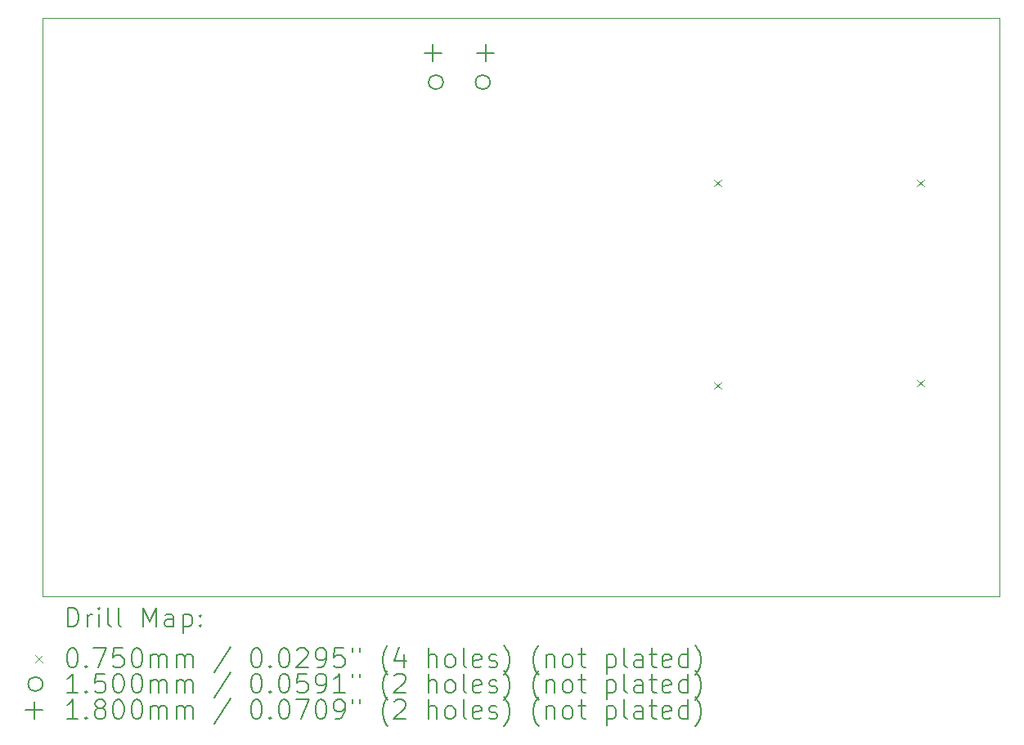
<source format=gbr>
%TF.GenerationSoftware,KiCad,Pcbnew,8.0.8*%
%TF.CreationDate,2025-04-19T00:37:25+02:00*%
%TF.ProjectId,noise_reduction_microphone,6e6f6973-655f-4726-9564-756374696f6e,rev?*%
%TF.SameCoordinates,Original*%
%TF.FileFunction,Drillmap*%
%TF.FilePolarity,Positive*%
%FSLAX45Y45*%
G04 Gerber Fmt 4.5, Leading zero omitted, Abs format (unit mm)*
G04 Created by KiCad (PCBNEW 8.0.8) date 2025-04-19 00:37:25*
%MOMM*%
%LPD*%
G01*
G04 APERTURE LIST*
%ADD10C,0.050000*%
%ADD11C,0.200000*%
%ADD12C,0.100000*%
%ADD13C,0.150000*%
%ADD14C,0.180000*%
G04 APERTURE END LIST*
D10*
X7500000Y-7400000D02*
X17400000Y-7400000D01*
X17400000Y-13400000D01*
X7500000Y-13400000D01*
X7500000Y-7400000D01*
D11*
D12*
X14446500Y-9075500D02*
X14521500Y-9150500D01*
X14521500Y-9075500D02*
X14446500Y-9150500D01*
X14446500Y-11175500D02*
X14521500Y-11250500D01*
X14521500Y-11175500D02*
X14446500Y-11250500D01*
X16546500Y-9075500D02*
X16621500Y-9150500D01*
X16621500Y-9075500D02*
X16546500Y-9150500D01*
X16546500Y-11149500D02*
X16621500Y-11224500D01*
X16621500Y-11149500D02*
X16546500Y-11224500D01*
D13*
X11643500Y-8068000D02*
G75*
G02*
X11493500Y-8068000I-75000J0D01*
G01*
X11493500Y-8068000D02*
G75*
G02*
X11643500Y-8068000I75000J0D01*
G01*
X12128500Y-8068000D02*
G75*
G02*
X11978500Y-8068000I-75000J0D01*
G01*
X11978500Y-8068000D02*
G75*
G02*
X12128500Y-8068000I75000J0D01*
G01*
D14*
X11538500Y-7675000D02*
X11538500Y-7855000D01*
X11448500Y-7765000D02*
X11628500Y-7765000D01*
X12083500Y-7675000D02*
X12083500Y-7855000D01*
X11993500Y-7765000D02*
X12173500Y-7765000D01*
D11*
X7758277Y-13713984D02*
X7758277Y-13513984D01*
X7758277Y-13513984D02*
X7805896Y-13513984D01*
X7805896Y-13513984D02*
X7834467Y-13523508D01*
X7834467Y-13523508D02*
X7853515Y-13542555D01*
X7853515Y-13542555D02*
X7863039Y-13561603D01*
X7863039Y-13561603D02*
X7872562Y-13599698D01*
X7872562Y-13599698D02*
X7872562Y-13628269D01*
X7872562Y-13628269D02*
X7863039Y-13666365D01*
X7863039Y-13666365D02*
X7853515Y-13685412D01*
X7853515Y-13685412D02*
X7834467Y-13704460D01*
X7834467Y-13704460D02*
X7805896Y-13713984D01*
X7805896Y-13713984D02*
X7758277Y-13713984D01*
X7958277Y-13713984D02*
X7958277Y-13580650D01*
X7958277Y-13618746D02*
X7967801Y-13599698D01*
X7967801Y-13599698D02*
X7977324Y-13590174D01*
X7977324Y-13590174D02*
X7996372Y-13580650D01*
X7996372Y-13580650D02*
X8015420Y-13580650D01*
X8082086Y-13713984D02*
X8082086Y-13580650D01*
X8082086Y-13513984D02*
X8072562Y-13523508D01*
X8072562Y-13523508D02*
X8082086Y-13533031D01*
X8082086Y-13533031D02*
X8091610Y-13523508D01*
X8091610Y-13523508D02*
X8082086Y-13513984D01*
X8082086Y-13513984D02*
X8082086Y-13533031D01*
X8205896Y-13713984D02*
X8186848Y-13704460D01*
X8186848Y-13704460D02*
X8177324Y-13685412D01*
X8177324Y-13685412D02*
X8177324Y-13513984D01*
X8310658Y-13713984D02*
X8291610Y-13704460D01*
X8291610Y-13704460D02*
X8282086Y-13685412D01*
X8282086Y-13685412D02*
X8282086Y-13513984D01*
X8539229Y-13713984D02*
X8539229Y-13513984D01*
X8539229Y-13513984D02*
X8605896Y-13656841D01*
X8605896Y-13656841D02*
X8672563Y-13513984D01*
X8672563Y-13513984D02*
X8672563Y-13713984D01*
X8853515Y-13713984D02*
X8853515Y-13609222D01*
X8853515Y-13609222D02*
X8843991Y-13590174D01*
X8843991Y-13590174D02*
X8824944Y-13580650D01*
X8824944Y-13580650D02*
X8786848Y-13580650D01*
X8786848Y-13580650D02*
X8767801Y-13590174D01*
X8853515Y-13704460D02*
X8834467Y-13713984D01*
X8834467Y-13713984D02*
X8786848Y-13713984D01*
X8786848Y-13713984D02*
X8767801Y-13704460D01*
X8767801Y-13704460D02*
X8758277Y-13685412D01*
X8758277Y-13685412D02*
X8758277Y-13666365D01*
X8758277Y-13666365D02*
X8767801Y-13647317D01*
X8767801Y-13647317D02*
X8786848Y-13637793D01*
X8786848Y-13637793D02*
X8834467Y-13637793D01*
X8834467Y-13637793D02*
X8853515Y-13628269D01*
X8948753Y-13580650D02*
X8948753Y-13780650D01*
X8948753Y-13590174D02*
X8967801Y-13580650D01*
X8967801Y-13580650D02*
X9005896Y-13580650D01*
X9005896Y-13580650D02*
X9024944Y-13590174D01*
X9024944Y-13590174D02*
X9034467Y-13599698D01*
X9034467Y-13599698D02*
X9043991Y-13618746D01*
X9043991Y-13618746D02*
X9043991Y-13675888D01*
X9043991Y-13675888D02*
X9034467Y-13694936D01*
X9034467Y-13694936D02*
X9024944Y-13704460D01*
X9024944Y-13704460D02*
X9005896Y-13713984D01*
X9005896Y-13713984D02*
X8967801Y-13713984D01*
X8967801Y-13713984D02*
X8948753Y-13704460D01*
X9129705Y-13694936D02*
X9139229Y-13704460D01*
X9139229Y-13704460D02*
X9129705Y-13713984D01*
X9129705Y-13713984D02*
X9120182Y-13704460D01*
X9120182Y-13704460D02*
X9129705Y-13694936D01*
X9129705Y-13694936D02*
X9129705Y-13713984D01*
X9129705Y-13590174D02*
X9139229Y-13599698D01*
X9139229Y-13599698D02*
X9129705Y-13609222D01*
X9129705Y-13609222D02*
X9120182Y-13599698D01*
X9120182Y-13599698D02*
X9129705Y-13590174D01*
X9129705Y-13590174D02*
X9129705Y-13609222D01*
D12*
X7422500Y-14005000D02*
X7497500Y-14080000D01*
X7497500Y-14005000D02*
X7422500Y-14080000D01*
D11*
X7796372Y-13933984D02*
X7815420Y-13933984D01*
X7815420Y-13933984D02*
X7834467Y-13943508D01*
X7834467Y-13943508D02*
X7843991Y-13953031D01*
X7843991Y-13953031D02*
X7853515Y-13972079D01*
X7853515Y-13972079D02*
X7863039Y-14010174D01*
X7863039Y-14010174D02*
X7863039Y-14057793D01*
X7863039Y-14057793D02*
X7853515Y-14095888D01*
X7853515Y-14095888D02*
X7843991Y-14114936D01*
X7843991Y-14114936D02*
X7834467Y-14124460D01*
X7834467Y-14124460D02*
X7815420Y-14133984D01*
X7815420Y-14133984D02*
X7796372Y-14133984D01*
X7796372Y-14133984D02*
X7777324Y-14124460D01*
X7777324Y-14124460D02*
X7767801Y-14114936D01*
X7767801Y-14114936D02*
X7758277Y-14095888D01*
X7758277Y-14095888D02*
X7748753Y-14057793D01*
X7748753Y-14057793D02*
X7748753Y-14010174D01*
X7748753Y-14010174D02*
X7758277Y-13972079D01*
X7758277Y-13972079D02*
X7767801Y-13953031D01*
X7767801Y-13953031D02*
X7777324Y-13943508D01*
X7777324Y-13943508D02*
X7796372Y-13933984D01*
X7948753Y-14114936D02*
X7958277Y-14124460D01*
X7958277Y-14124460D02*
X7948753Y-14133984D01*
X7948753Y-14133984D02*
X7939229Y-14124460D01*
X7939229Y-14124460D02*
X7948753Y-14114936D01*
X7948753Y-14114936D02*
X7948753Y-14133984D01*
X8024943Y-13933984D02*
X8158277Y-13933984D01*
X8158277Y-13933984D02*
X8072562Y-14133984D01*
X8329705Y-13933984D02*
X8234467Y-13933984D01*
X8234467Y-13933984D02*
X8224943Y-14029222D01*
X8224943Y-14029222D02*
X8234467Y-14019698D01*
X8234467Y-14019698D02*
X8253515Y-14010174D01*
X8253515Y-14010174D02*
X8301134Y-14010174D01*
X8301134Y-14010174D02*
X8320182Y-14019698D01*
X8320182Y-14019698D02*
X8329705Y-14029222D01*
X8329705Y-14029222D02*
X8339229Y-14048269D01*
X8339229Y-14048269D02*
X8339229Y-14095888D01*
X8339229Y-14095888D02*
X8329705Y-14114936D01*
X8329705Y-14114936D02*
X8320182Y-14124460D01*
X8320182Y-14124460D02*
X8301134Y-14133984D01*
X8301134Y-14133984D02*
X8253515Y-14133984D01*
X8253515Y-14133984D02*
X8234467Y-14124460D01*
X8234467Y-14124460D02*
X8224943Y-14114936D01*
X8463039Y-13933984D02*
X8482086Y-13933984D01*
X8482086Y-13933984D02*
X8501134Y-13943508D01*
X8501134Y-13943508D02*
X8510658Y-13953031D01*
X8510658Y-13953031D02*
X8520182Y-13972079D01*
X8520182Y-13972079D02*
X8529705Y-14010174D01*
X8529705Y-14010174D02*
X8529705Y-14057793D01*
X8529705Y-14057793D02*
X8520182Y-14095888D01*
X8520182Y-14095888D02*
X8510658Y-14114936D01*
X8510658Y-14114936D02*
X8501134Y-14124460D01*
X8501134Y-14124460D02*
X8482086Y-14133984D01*
X8482086Y-14133984D02*
X8463039Y-14133984D01*
X8463039Y-14133984D02*
X8443991Y-14124460D01*
X8443991Y-14124460D02*
X8434467Y-14114936D01*
X8434467Y-14114936D02*
X8424944Y-14095888D01*
X8424944Y-14095888D02*
X8415420Y-14057793D01*
X8415420Y-14057793D02*
X8415420Y-14010174D01*
X8415420Y-14010174D02*
X8424944Y-13972079D01*
X8424944Y-13972079D02*
X8434467Y-13953031D01*
X8434467Y-13953031D02*
X8443991Y-13943508D01*
X8443991Y-13943508D02*
X8463039Y-13933984D01*
X8615420Y-14133984D02*
X8615420Y-14000650D01*
X8615420Y-14019698D02*
X8624944Y-14010174D01*
X8624944Y-14010174D02*
X8643991Y-14000650D01*
X8643991Y-14000650D02*
X8672563Y-14000650D01*
X8672563Y-14000650D02*
X8691610Y-14010174D01*
X8691610Y-14010174D02*
X8701134Y-14029222D01*
X8701134Y-14029222D02*
X8701134Y-14133984D01*
X8701134Y-14029222D02*
X8710658Y-14010174D01*
X8710658Y-14010174D02*
X8729705Y-14000650D01*
X8729705Y-14000650D02*
X8758277Y-14000650D01*
X8758277Y-14000650D02*
X8777325Y-14010174D01*
X8777325Y-14010174D02*
X8786848Y-14029222D01*
X8786848Y-14029222D02*
X8786848Y-14133984D01*
X8882086Y-14133984D02*
X8882086Y-14000650D01*
X8882086Y-14019698D02*
X8891610Y-14010174D01*
X8891610Y-14010174D02*
X8910658Y-14000650D01*
X8910658Y-14000650D02*
X8939229Y-14000650D01*
X8939229Y-14000650D02*
X8958277Y-14010174D01*
X8958277Y-14010174D02*
X8967801Y-14029222D01*
X8967801Y-14029222D02*
X8967801Y-14133984D01*
X8967801Y-14029222D02*
X8977325Y-14010174D01*
X8977325Y-14010174D02*
X8996372Y-14000650D01*
X8996372Y-14000650D02*
X9024944Y-14000650D01*
X9024944Y-14000650D02*
X9043991Y-14010174D01*
X9043991Y-14010174D02*
X9053515Y-14029222D01*
X9053515Y-14029222D02*
X9053515Y-14133984D01*
X9443991Y-13924460D02*
X9272563Y-14181603D01*
X9701134Y-13933984D02*
X9720182Y-13933984D01*
X9720182Y-13933984D02*
X9739229Y-13943508D01*
X9739229Y-13943508D02*
X9748753Y-13953031D01*
X9748753Y-13953031D02*
X9758277Y-13972079D01*
X9758277Y-13972079D02*
X9767801Y-14010174D01*
X9767801Y-14010174D02*
X9767801Y-14057793D01*
X9767801Y-14057793D02*
X9758277Y-14095888D01*
X9758277Y-14095888D02*
X9748753Y-14114936D01*
X9748753Y-14114936D02*
X9739229Y-14124460D01*
X9739229Y-14124460D02*
X9720182Y-14133984D01*
X9720182Y-14133984D02*
X9701134Y-14133984D01*
X9701134Y-14133984D02*
X9682087Y-14124460D01*
X9682087Y-14124460D02*
X9672563Y-14114936D01*
X9672563Y-14114936D02*
X9663039Y-14095888D01*
X9663039Y-14095888D02*
X9653515Y-14057793D01*
X9653515Y-14057793D02*
X9653515Y-14010174D01*
X9653515Y-14010174D02*
X9663039Y-13972079D01*
X9663039Y-13972079D02*
X9672563Y-13953031D01*
X9672563Y-13953031D02*
X9682087Y-13943508D01*
X9682087Y-13943508D02*
X9701134Y-13933984D01*
X9853515Y-14114936D02*
X9863039Y-14124460D01*
X9863039Y-14124460D02*
X9853515Y-14133984D01*
X9853515Y-14133984D02*
X9843991Y-14124460D01*
X9843991Y-14124460D02*
X9853515Y-14114936D01*
X9853515Y-14114936D02*
X9853515Y-14133984D01*
X9986848Y-13933984D02*
X10005896Y-13933984D01*
X10005896Y-13933984D02*
X10024944Y-13943508D01*
X10024944Y-13943508D02*
X10034468Y-13953031D01*
X10034468Y-13953031D02*
X10043991Y-13972079D01*
X10043991Y-13972079D02*
X10053515Y-14010174D01*
X10053515Y-14010174D02*
X10053515Y-14057793D01*
X10053515Y-14057793D02*
X10043991Y-14095888D01*
X10043991Y-14095888D02*
X10034468Y-14114936D01*
X10034468Y-14114936D02*
X10024944Y-14124460D01*
X10024944Y-14124460D02*
X10005896Y-14133984D01*
X10005896Y-14133984D02*
X9986848Y-14133984D01*
X9986848Y-14133984D02*
X9967801Y-14124460D01*
X9967801Y-14124460D02*
X9958277Y-14114936D01*
X9958277Y-14114936D02*
X9948753Y-14095888D01*
X9948753Y-14095888D02*
X9939229Y-14057793D01*
X9939229Y-14057793D02*
X9939229Y-14010174D01*
X9939229Y-14010174D02*
X9948753Y-13972079D01*
X9948753Y-13972079D02*
X9958277Y-13953031D01*
X9958277Y-13953031D02*
X9967801Y-13943508D01*
X9967801Y-13943508D02*
X9986848Y-13933984D01*
X10129706Y-13953031D02*
X10139229Y-13943508D01*
X10139229Y-13943508D02*
X10158277Y-13933984D01*
X10158277Y-13933984D02*
X10205896Y-13933984D01*
X10205896Y-13933984D02*
X10224944Y-13943508D01*
X10224944Y-13943508D02*
X10234468Y-13953031D01*
X10234468Y-13953031D02*
X10243991Y-13972079D01*
X10243991Y-13972079D02*
X10243991Y-13991127D01*
X10243991Y-13991127D02*
X10234468Y-14019698D01*
X10234468Y-14019698D02*
X10120182Y-14133984D01*
X10120182Y-14133984D02*
X10243991Y-14133984D01*
X10339229Y-14133984D02*
X10377325Y-14133984D01*
X10377325Y-14133984D02*
X10396372Y-14124460D01*
X10396372Y-14124460D02*
X10405896Y-14114936D01*
X10405896Y-14114936D02*
X10424944Y-14086365D01*
X10424944Y-14086365D02*
X10434468Y-14048269D01*
X10434468Y-14048269D02*
X10434468Y-13972079D01*
X10434468Y-13972079D02*
X10424944Y-13953031D01*
X10424944Y-13953031D02*
X10415420Y-13943508D01*
X10415420Y-13943508D02*
X10396372Y-13933984D01*
X10396372Y-13933984D02*
X10358277Y-13933984D01*
X10358277Y-13933984D02*
X10339229Y-13943508D01*
X10339229Y-13943508D02*
X10329706Y-13953031D01*
X10329706Y-13953031D02*
X10320182Y-13972079D01*
X10320182Y-13972079D02*
X10320182Y-14019698D01*
X10320182Y-14019698D02*
X10329706Y-14038746D01*
X10329706Y-14038746D02*
X10339229Y-14048269D01*
X10339229Y-14048269D02*
X10358277Y-14057793D01*
X10358277Y-14057793D02*
X10396372Y-14057793D01*
X10396372Y-14057793D02*
X10415420Y-14048269D01*
X10415420Y-14048269D02*
X10424944Y-14038746D01*
X10424944Y-14038746D02*
X10434468Y-14019698D01*
X10615420Y-13933984D02*
X10520182Y-13933984D01*
X10520182Y-13933984D02*
X10510658Y-14029222D01*
X10510658Y-14029222D02*
X10520182Y-14019698D01*
X10520182Y-14019698D02*
X10539229Y-14010174D01*
X10539229Y-14010174D02*
X10586849Y-14010174D01*
X10586849Y-14010174D02*
X10605896Y-14019698D01*
X10605896Y-14019698D02*
X10615420Y-14029222D01*
X10615420Y-14029222D02*
X10624944Y-14048269D01*
X10624944Y-14048269D02*
X10624944Y-14095888D01*
X10624944Y-14095888D02*
X10615420Y-14114936D01*
X10615420Y-14114936D02*
X10605896Y-14124460D01*
X10605896Y-14124460D02*
X10586849Y-14133984D01*
X10586849Y-14133984D02*
X10539229Y-14133984D01*
X10539229Y-14133984D02*
X10520182Y-14124460D01*
X10520182Y-14124460D02*
X10510658Y-14114936D01*
X10701134Y-13933984D02*
X10701134Y-13972079D01*
X10777325Y-13933984D02*
X10777325Y-13972079D01*
X11072563Y-14210174D02*
X11063039Y-14200650D01*
X11063039Y-14200650D02*
X11043991Y-14172079D01*
X11043991Y-14172079D02*
X11034468Y-14153031D01*
X11034468Y-14153031D02*
X11024944Y-14124460D01*
X11024944Y-14124460D02*
X11015420Y-14076841D01*
X11015420Y-14076841D02*
X11015420Y-14038746D01*
X11015420Y-14038746D02*
X11024944Y-13991127D01*
X11024944Y-13991127D02*
X11034468Y-13962555D01*
X11034468Y-13962555D02*
X11043991Y-13943508D01*
X11043991Y-13943508D02*
X11063039Y-13914936D01*
X11063039Y-13914936D02*
X11072563Y-13905412D01*
X11234468Y-14000650D02*
X11234468Y-14133984D01*
X11186848Y-13924460D02*
X11139230Y-14067317D01*
X11139230Y-14067317D02*
X11263039Y-14067317D01*
X11491610Y-14133984D02*
X11491610Y-13933984D01*
X11577325Y-14133984D02*
X11577325Y-14029222D01*
X11577325Y-14029222D02*
X11567801Y-14010174D01*
X11567801Y-14010174D02*
X11548753Y-14000650D01*
X11548753Y-14000650D02*
X11520182Y-14000650D01*
X11520182Y-14000650D02*
X11501134Y-14010174D01*
X11501134Y-14010174D02*
X11491610Y-14019698D01*
X11701134Y-14133984D02*
X11682087Y-14124460D01*
X11682087Y-14124460D02*
X11672563Y-14114936D01*
X11672563Y-14114936D02*
X11663039Y-14095888D01*
X11663039Y-14095888D02*
X11663039Y-14038746D01*
X11663039Y-14038746D02*
X11672563Y-14019698D01*
X11672563Y-14019698D02*
X11682087Y-14010174D01*
X11682087Y-14010174D02*
X11701134Y-14000650D01*
X11701134Y-14000650D02*
X11729706Y-14000650D01*
X11729706Y-14000650D02*
X11748753Y-14010174D01*
X11748753Y-14010174D02*
X11758277Y-14019698D01*
X11758277Y-14019698D02*
X11767801Y-14038746D01*
X11767801Y-14038746D02*
X11767801Y-14095888D01*
X11767801Y-14095888D02*
X11758277Y-14114936D01*
X11758277Y-14114936D02*
X11748753Y-14124460D01*
X11748753Y-14124460D02*
X11729706Y-14133984D01*
X11729706Y-14133984D02*
X11701134Y-14133984D01*
X11882087Y-14133984D02*
X11863039Y-14124460D01*
X11863039Y-14124460D02*
X11853515Y-14105412D01*
X11853515Y-14105412D02*
X11853515Y-13933984D01*
X12034468Y-14124460D02*
X12015420Y-14133984D01*
X12015420Y-14133984D02*
X11977325Y-14133984D01*
X11977325Y-14133984D02*
X11958277Y-14124460D01*
X11958277Y-14124460D02*
X11948753Y-14105412D01*
X11948753Y-14105412D02*
X11948753Y-14029222D01*
X11948753Y-14029222D02*
X11958277Y-14010174D01*
X11958277Y-14010174D02*
X11977325Y-14000650D01*
X11977325Y-14000650D02*
X12015420Y-14000650D01*
X12015420Y-14000650D02*
X12034468Y-14010174D01*
X12034468Y-14010174D02*
X12043991Y-14029222D01*
X12043991Y-14029222D02*
X12043991Y-14048269D01*
X12043991Y-14048269D02*
X11948753Y-14067317D01*
X12120182Y-14124460D02*
X12139230Y-14133984D01*
X12139230Y-14133984D02*
X12177325Y-14133984D01*
X12177325Y-14133984D02*
X12196372Y-14124460D01*
X12196372Y-14124460D02*
X12205896Y-14105412D01*
X12205896Y-14105412D02*
X12205896Y-14095888D01*
X12205896Y-14095888D02*
X12196372Y-14076841D01*
X12196372Y-14076841D02*
X12177325Y-14067317D01*
X12177325Y-14067317D02*
X12148753Y-14067317D01*
X12148753Y-14067317D02*
X12129706Y-14057793D01*
X12129706Y-14057793D02*
X12120182Y-14038746D01*
X12120182Y-14038746D02*
X12120182Y-14029222D01*
X12120182Y-14029222D02*
X12129706Y-14010174D01*
X12129706Y-14010174D02*
X12148753Y-14000650D01*
X12148753Y-14000650D02*
X12177325Y-14000650D01*
X12177325Y-14000650D02*
X12196372Y-14010174D01*
X12272563Y-14210174D02*
X12282087Y-14200650D01*
X12282087Y-14200650D02*
X12301134Y-14172079D01*
X12301134Y-14172079D02*
X12310658Y-14153031D01*
X12310658Y-14153031D02*
X12320182Y-14124460D01*
X12320182Y-14124460D02*
X12329706Y-14076841D01*
X12329706Y-14076841D02*
X12329706Y-14038746D01*
X12329706Y-14038746D02*
X12320182Y-13991127D01*
X12320182Y-13991127D02*
X12310658Y-13962555D01*
X12310658Y-13962555D02*
X12301134Y-13943508D01*
X12301134Y-13943508D02*
X12282087Y-13914936D01*
X12282087Y-13914936D02*
X12272563Y-13905412D01*
X12634468Y-14210174D02*
X12624944Y-14200650D01*
X12624944Y-14200650D02*
X12605896Y-14172079D01*
X12605896Y-14172079D02*
X12596372Y-14153031D01*
X12596372Y-14153031D02*
X12586849Y-14124460D01*
X12586849Y-14124460D02*
X12577325Y-14076841D01*
X12577325Y-14076841D02*
X12577325Y-14038746D01*
X12577325Y-14038746D02*
X12586849Y-13991127D01*
X12586849Y-13991127D02*
X12596372Y-13962555D01*
X12596372Y-13962555D02*
X12605896Y-13943508D01*
X12605896Y-13943508D02*
X12624944Y-13914936D01*
X12624944Y-13914936D02*
X12634468Y-13905412D01*
X12710658Y-14000650D02*
X12710658Y-14133984D01*
X12710658Y-14019698D02*
X12720182Y-14010174D01*
X12720182Y-14010174D02*
X12739230Y-14000650D01*
X12739230Y-14000650D02*
X12767801Y-14000650D01*
X12767801Y-14000650D02*
X12786849Y-14010174D01*
X12786849Y-14010174D02*
X12796372Y-14029222D01*
X12796372Y-14029222D02*
X12796372Y-14133984D01*
X12920182Y-14133984D02*
X12901134Y-14124460D01*
X12901134Y-14124460D02*
X12891611Y-14114936D01*
X12891611Y-14114936D02*
X12882087Y-14095888D01*
X12882087Y-14095888D02*
X12882087Y-14038746D01*
X12882087Y-14038746D02*
X12891611Y-14019698D01*
X12891611Y-14019698D02*
X12901134Y-14010174D01*
X12901134Y-14010174D02*
X12920182Y-14000650D01*
X12920182Y-14000650D02*
X12948753Y-14000650D01*
X12948753Y-14000650D02*
X12967801Y-14010174D01*
X12967801Y-14010174D02*
X12977325Y-14019698D01*
X12977325Y-14019698D02*
X12986849Y-14038746D01*
X12986849Y-14038746D02*
X12986849Y-14095888D01*
X12986849Y-14095888D02*
X12977325Y-14114936D01*
X12977325Y-14114936D02*
X12967801Y-14124460D01*
X12967801Y-14124460D02*
X12948753Y-14133984D01*
X12948753Y-14133984D02*
X12920182Y-14133984D01*
X13043992Y-14000650D02*
X13120182Y-14000650D01*
X13072563Y-13933984D02*
X13072563Y-14105412D01*
X13072563Y-14105412D02*
X13082087Y-14124460D01*
X13082087Y-14124460D02*
X13101134Y-14133984D01*
X13101134Y-14133984D02*
X13120182Y-14133984D01*
X13339230Y-14000650D02*
X13339230Y-14200650D01*
X13339230Y-14010174D02*
X13358277Y-14000650D01*
X13358277Y-14000650D02*
X13396373Y-14000650D01*
X13396373Y-14000650D02*
X13415420Y-14010174D01*
X13415420Y-14010174D02*
X13424944Y-14019698D01*
X13424944Y-14019698D02*
X13434468Y-14038746D01*
X13434468Y-14038746D02*
X13434468Y-14095888D01*
X13434468Y-14095888D02*
X13424944Y-14114936D01*
X13424944Y-14114936D02*
X13415420Y-14124460D01*
X13415420Y-14124460D02*
X13396373Y-14133984D01*
X13396373Y-14133984D02*
X13358277Y-14133984D01*
X13358277Y-14133984D02*
X13339230Y-14124460D01*
X13548753Y-14133984D02*
X13529706Y-14124460D01*
X13529706Y-14124460D02*
X13520182Y-14105412D01*
X13520182Y-14105412D02*
X13520182Y-13933984D01*
X13710658Y-14133984D02*
X13710658Y-14029222D01*
X13710658Y-14029222D02*
X13701134Y-14010174D01*
X13701134Y-14010174D02*
X13682087Y-14000650D01*
X13682087Y-14000650D02*
X13643992Y-14000650D01*
X13643992Y-14000650D02*
X13624944Y-14010174D01*
X13710658Y-14124460D02*
X13691611Y-14133984D01*
X13691611Y-14133984D02*
X13643992Y-14133984D01*
X13643992Y-14133984D02*
X13624944Y-14124460D01*
X13624944Y-14124460D02*
X13615420Y-14105412D01*
X13615420Y-14105412D02*
X13615420Y-14086365D01*
X13615420Y-14086365D02*
X13624944Y-14067317D01*
X13624944Y-14067317D02*
X13643992Y-14057793D01*
X13643992Y-14057793D02*
X13691611Y-14057793D01*
X13691611Y-14057793D02*
X13710658Y-14048269D01*
X13777325Y-14000650D02*
X13853515Y-14000650D01*
X13805896Y-13933984D02*
X13805896Y-14105412D01*
X13805896Y-14105412D02*
X13815420Y-14124460D01*
X13815420Y-14124460D02*
X13834468Y-14133984D01*
X13834468Y-14133984D02*
X13853515Y-14133984D01*
X13996373Y-14124460D02*
X13977325Y-14133984D01*
X13977325Y-14133984D02*
X13939230Y-14133984D01*
X13939230Y-14133984D02*
X13920182Y-14124460D01*
X13920182Y-14124460D02*
X13910658Y-14105412D01*
X13910658Y-14105412D02*
X13910658Y-14029222D01*
X13910658Y-14029222D02*
X13920182Y-14010174D01*
X13920182Y-14010174D02*
X13939230Y-14000650D01*
X13939230Y-14000650D02*
X13977325Y-14000650D01*
X13977325Y-14000650D02*
X13996373Y-14010174D01*
X13996373Y-14010174D02*
X14005896Y-14029222D01*
X14005896Y-14029222D02*
X14005896Y-14048269D01*
X14005896Y-14048269D02*
X13910658Y-14067317D01*
X14177325Y-14133984D02*
X14177325Y-13933984D01*
X14177325Y-14124460D02*
X14158277Y-14133984D01*
X14158277Y-14133984D02*
X14120182Y-14133984D01*
X14120182Y-14133984D02*
X14101134Y-14124460D01*
X14101134Y-14124460D02*
X14091611Y-14114936D01*
X14091611Y-14114936D02*
X14082087Y-14095888D01*
X14082087Y-14095888D02*
X14082087Y-14038746D01*
X14082087Y-14038746D02*
X14091611Y-14019698D01*
X14091611Y-14019698D02*
X14101134Y-14010174D01*
X14101134Y-14010174D02*
X14120182Y-14000650D01*
X14120182Y-14000650D02*
X14158277Y-14000650D01*
X14158277Y-14000650D02*
X14177325Y-14010174D01*
X14253515Y-14210174D02*
X14263039Y-14200650D01*
X14263039Y-14200650D02*
X14282087Y-14172079D01*
X14282087Y-14172079D02*
X14291611Y-14153031D01*
X14291611Y-14153031D02*
X14301134Y-14124460D01*
X14301134Y-14124460D02*
X14310658Y-14076841D01*
X14310658Y-14076841D02*
X14310658Y-14038746D01*
X14310658Y-14038746D02*
X14301134Y-13991127D01*
X14301134Y-13991127D02*
X14291611Y-13962555D01*
X14291611Y-13962555D02*
X14282087Y-13943508D01*
X14282087Y-13943508D02*
X14263039Y-13914936D01*
X14263039Y-13914936D02*
X14253515Y-13905412D01*
D13*
X7497500Y-14306500D02*
G75*
G02*
X7347500Y-14306500I-75000J0D01*
G01*
X7347500Y-14306500D02*
G75*
G02*
X7497500Y-14306500I75000J0D01*
G01*
D11*
X7863039Y-14397984D02*
X7748753Y-14397984D01*
X7805896Y-14397984D02*
X7805896Y-14197984D01*
X7805896Y-14197984D02*
X7786848Y-14226555D01*
X7786848Y-14226555D02*
X7767801Y-14245603D01*
X7767801Y-14245603D02*
X7748753Y-14255127D01*
X7948753Y-14378936D02*
X7958277Y-14388460D01*
X7958277Y-14388460D02*
X7948753Y-14397984D01*
X7948753Y-14397984D02*
X7939229Y-14388460D01*
X7939229Y-14388460D02*
X7948753Y-14378936D01*
X7948753Y-14378936D02*
X7948753Y-14397984D01*
X8139229Y-14197984D02*
X8043991Y-14197984D01*
X8043991Y-14197984D02*
X8034467Y-14293222D01*
X8034467Y-14293222D02*
X8043991Y-14283698D01*
X8043991Y-14283698D02*
X8063039Y-14274174D01*
X8063039Y-14274174D02*
X8110658Y-14274174D01*
X8110658Y-14274174D02*
X8129705Y-14283698D01*
X8129705Y-14283698D02*
X8139229Y-14293222D01*
X8139229Y-14293222D02*
X8148753Y-14312269D01*
X8148753Y-14312269D02*
X8148753Y-14359888D01*
X8148753Y-14359888D02*
X8139229Y-14378936D01*
X8139229Y-14378936D02*
X8129705Y-14388460D01*
X8129705Y-14388460D02*
X8110658Y-14397984D01*
X8110658Y-14397984D02*
X8063039Y-14397984D01*
X8063039Y-14397984D02*
X8043991Y-14388460D01*
X8043991Y-14388460D02*
X8034467Y-14378936D01*
X8272562Y-14197984D02*
X8291610Y-14197984D01*
X8291610Y-14197984D02*
X8310658Y-14207508D01*
X8310658Y-14207508D02*
X8320182Y-14217031D01*
X8320182Y-14217031D02*
X8329705Y-14236079D01*
X8329705Y-14236079D02*
X8339229Y-14274174D01*
X8339229Y-14274174D02*
X8339229Y-14321793D01*
X8339229Y-14321793D02*
X8329705Y-14359888D01*
X8329705Y-14359888D02*
X8320182Y-14378936D01*
X8320182Y-14378936D02*
X8310658Y-14388460D01*
X8310658Y-14388460D02*
X8291610Y-14397984D01*
X8291610Y-14397984D02*
X8272562Y-14397984D01*
X8272562Y-14397984D02*
X8253515Y-14388460D01*
X8253515Y-14388460D02*
X8243991Y-14378936D01*
X8243991Y-14378936D02*
X8234467Y-14359888D01*
X8234467Y-14359888D02*
X8224943Y-14321793D01*
X8224943Y-14321793D02*
X8224943Y-14274174D01*
X8224943Y-14274174D02*
X8234467Y-14236079D01*
X8234467Y-14236079D02*
X8243991Y-14217031D01*
X8243991Y-14217031D02*
X8253515Y-14207508D01*
X8253515Y-14207508D02*
X8272562Y-14197984D01*
X8463039Y-14197984D02*
X8482086Y-14197984D01*
X8482086Y-14197984D02*
X8501134Y-14207508D01*
X8501134Y-14207508D02*
X8510658Y-14217031D01*
X8510658Y-14217031D02*
X8520182Y-14236079D01*
X8520182Y-14236079D02*
X8529705Y-14274174D01*
X8529705Y-14274174D02*
X8529705Y-14321793D01*
X8529705Y-14321793D02*
X8520182Y-14359888D01*
X8520182Y-14359888D02*
X8510658Y-14378936D01*
X8510658Y-14378936D02*
X8501134Y-14388460D01*
X8501134Y-14388460D02*
X8482086Y-14397984D01*
X8482086Y-14397984D02*
X8463039Y-14397984D01*
X8463039Y-14397984D02*
X8443991Y-14388460D01*
X8443991Y-14388460D02*
X8434467Y-14378936D01*
X8434467Y-14378936D02*
X8424944Y-14359888D01*
X8424944Y-14359888D02*
X8415420Y-14321793D01*
X8415420Y-14321793D02*
X8415420Y-14274174D01*
X8415420Y-14274174D02*
X8424944Y-14236079D01*
X8424944Y-14236079D02*
X8434467Y-14217031D01*
X8434467Y-14217031D02*
X8443991Y-14207508D01*
X8443991Y-14207508D02*
X8463039Y-14197984D01*
X8615420Y-14397984D02*
X8615420Y-14264650D01*
X8615420Y-14283698D02*
X8624944Y-14274174D01*
X8624944Y-14274174D02*
X8643991Y-14264650D01*
X8643991Y-14264650D02*
X8672563Y-14264650D01*
X8672563Y-14264650D02*
X8691610Y-14274174D01*
X8691610Y-14274174D02*
X8701134Y-14293222D01*
X8701134Y-14293222D02*
X8701134Y-14397984D01*
X8701134Y-14293222D02*
X8710658Y-14274174D01*
X8710658Y-14274174D02*
X8729705Y-14264650D01*
X8729705Y-14264650D02*
X8758277Y-14264650D01*
X8758277Y-14264650D02*
X8777325Y-14274174D01*
X8777325Y-14274174D02*
X8786848Y-14293222D01*
X8786848Y-14293222D02*
X8786848Y-14397984D01*
X8882086Y-14397984D02*
X8882086Y-14264650D01*
X8882086Y-14283698D02*
X8891610Y-14274174D01*
X8891610Y-14274174D02*
X8910658Y-14264650D01*
X8910658Y-14264650D02*
X8939229Y-14264650D01*
X8939229Y-14264650D02*
X8958277Y-14274174D01*
X8958277Y-14274174D02*
X8967801Y-14293222D01*
X8967801Y-14293222D02*
X8967801Y-14397984D01*
X8967801Y-14293222D02*
X8977325Y-14274174D01*
X8977325Y-14274174D02*
X8996372Y-14264650D01*
X8996372Y-14264650D02*
X9024944Y-14264650D01*
X9024944Y-14264650D02*
X9043991Y-14274174D01*
X9043991Y-14274174D02*
X9053515Y-14293222D01*
X9053515Y-14293222D02*
X9053515Y-14397984D01*
X9443991Y-14188460D02*
X9272563Y-14445603D01*
X9701134Y-14197984D02*
X9720182Y-14197984D01*
X9720182Y-14197984D02*
X9739229Y-14207508D01*
X9739229Y-14207508D02*
X9748753Y-14217031D01*
X9748753Y-14217031D02*
X9758277Y-14236079D01*
X9758277Y-14236079D02*
X9767801Y-14274174D01*
X9767801Y-14274174D02*
X9767801Y-14321793D01*
X9767801Y-14321793D02*
X9758277Y-14359888D01*
X9758277Y-14359888D02*
X9748753Y-14378936D01*
X9748753Y-14378936D02*
X9739229Y-14388460D01*
X9739229Y-14388460D02*
X9720182Y-14397984D01*
X9720182Y-14397984D02*
X9701134Y-14397984D01*
X9701134Y-14397984D02*
X9682087Y-14388460D01*
X9682087Y-14388460D02*
X9672563Y-14378936D01*
X9672563Y-14378936D02*
X9663039Y-14359888D01*
X9663039Y-14359888D02*
X9653515Y-14321793D01*
X9653515Y-14321793D02*
X9653515Y-14274174D01*
X9653515Y-14274174D02*
X9663039Y-14236079D01*
X9663039Y-14236079D02*
X9672563Y-14217031D01*
X9672563Y-14217031D02*
X9682087Y-14207508D01*
X9682087Y-14207508D02*
X9701134Y-14197984D01*
X9853515Y-14378936D02*
X9863039Y-14388460D01*
X9863039Y-14388460D02*
X9853515Y-14397984D01*
X9853515Y-14397984D02*
X9843991Y-14388460D01*
X9843991Y-14388460D02*
X9853515Y-14378936D01*
X9853515Y-14378936D02*
X9853515Y-14397984D01*
X9986848Y-14197984D02*
X10005896Y-14197984D01*
X10005896Y-14197984D02*
X10024944Y-14207508D01*
X10024944Y-14207508D02*
X10034468Y-14217031D01*
X10034468Y-14217031D02*
X10043991Y-14236079D01*
X10043991Y-14236079D02*
X10053515Y-14274174D01*
X10053515Y-14274174D02*
X10053515Y-14321793D01*
X10053515Y-14321793D02*
X10043991Y-14359888D01*
X10043991Y-14359888D02*
X10034468Y-14378936D01*
X10034468Y-14378936D02*
X10024944Y-14388460D01*
X10024944Y-14388460D02*
X10005896Y-14397984D01*
X10005896Y-14397984D02*
X9986848Y-14397984D01*
X9986848Y-14397984D02*
X9967801Y-14388460D01*
X9967801Y-14388460D02*
X9958277Y-14378936D01*
X9958277Y-14378936D02*
X9948753Y-14359888D01*
X9948753Y-14359888D02*
X9939229Y-14321793D01*
X9939229Y-14321793D02*
X9939229Y-14274174D01*
X9939229Y-14274174D02*
X9948753Y-14236079D01*
X9948753Y-14236079D02*
X9958277Y-14217031D01*
X9958277Y-14217031D02*
X9967801Y-14207508D01*
X9967801Y-14207508D02*
X9986848Y-14197984D01*
X10234468Y-14197984D02*
X10139229Y-14197984D01*
X10139229Y-14197984D02*
X10129706Y-14293222D01*
X10129706Y-14293222D02*
X10139229Y-14283698D01*
X10139229Y-14283698D02*
X10158277Y-14274174D01*
X10158277Y-14274174D02*
X10205896Y-14274174D01*
X10205896Y-14274174D02*
X10224944Y-14283698D01*
X10224944Y-14283698D02*
X10234468Y-14293222D01*
X10234468Y-14293222D02*
X10243991Y-14312269D01*
X10243991Y-14312269D02*
X10243991Y-14359888D01*
X10243991Y-14359888D02*
X10234468Y-14378936D01*
X10234468Y-14378936D02*
X10224944Y-14388460D01*
X10224944Y-14388460D02*
X10205896Y-14397984D01*
X10205896Y-14397984D02*
X10158277Y-14397984D01*
X10158277Y-14397984D02*
X10139229Y-14388460D01*
X10139229Y-14388460D02*
X10129706Y-14378936D01*
X10339229Y-14397984D02*
X10377325Y-14397984D01*
X10377325Y-14397984D02*
X10396372Y-14388460D01*
X10396372Y-14388460D02*
X10405896Y-14378936D01*
X10405896Y-14378936D02*
X10424944Y-14350365D01*
X10424944Y-14350365D02*
X10434468Y-14312269D01*
X10434468Y-14312269D02*
X10434468Y-14236079D01*
X10434468Y-14236079D02*
X10424944Y-14217031D01*
X10424944Y-14217031D02*
X10415420Y-14207508D01*
X10415420Y-14207508D02*
X10396372Y-14197984D01*
X10396372Y-14197984D02*
X10358277Y-14197984D01*
X10358277Y-14197984D02*
X10339229Y-14207508D01*
X10339229Y-14207508D02*
X10329706Y-14217031D01*
X10329706Y-14217031D02*
X10320182Y-14236079D01*
X10320182Y-14236079D02*
X10320182Y-14283698D01*
X10320182Y-14283698D02*
X10329706Y-14302746D01*
X10329706Y-14302746D02*
X10339229Y-14312269D01*
X10339229Y-14312269D02*
X10358277Y-14321793D01*
X10358277Y-14321793D02*
X10396372Y-14321793D01*
X10396372Y-14321793D02*
X10415420Y-14312269D01*
X10415420Y-14312269D02*
X10424944Y-14302746D01*
X10424944Y-14302746D02*
X10434468Y-14283698D01*
X10624944Y-14397984D02*
X10510658Y-14397984D01*
X10567801Y-14397984D02*
X10567801Y-14197984D01*
X10567801Y-14197984D02*
X10548753Y-14226555D01*
X10548753Y-14226555D02*
X10529706Y-14245603D01*
X10529706Y-14245603D02*
X10510658Y-14255127D01*
X10701134Y-14197984D02*
X10701134Y-14236079D01*
X10777325Y-14197984D02*
X10777325Y-14236079D01*
X11072563Y-14474174D02*
X11063039Y-14464650D01*
X11063039Y-14464650D02*
X11043991Y-14436079D01*
X11043991Y-14436079D02*
X11034468Y-14417031D01*
X11034468Y-14417031D02*
X11024944Y-14388460D01*
X11024944Y-14388460D02*
X11015420Y-14340841D01*
X11015420Y-14340841D02*
X11015420Y-14302746D01*
X11015420Y-14302746D02*
X11024944Y-14255127D01*
X11024944Y-14255127D02*
X11034468Y-14226555D01*
X11034468Y-14226555D02*
X11043991Y-14207508D01*
X11043991Y-14207508D02*
X11063039Y-14178936D01*
X11063039Y-14178936D02*
X11072563Y-14169412D01*
X11139230Y-14217031D02*
X11148753Y-14207508D01*
X11148753Y-14207508D02*
X11167801Y-14197984D01*
X11167801Y-14197984D02*
X11215420Y-14197984D01*
X11215420Y-14197984D02*
X11234468Y-14207508D01*
X11234468Y-14207508D02*
X11243991Y-14217031D01*
X11243991Y-14217031D02*
X11253515Y-14236079D01*
X11253515Y-14236079D02*
X11253515Y-14255127D01*
X11253515Y-14255127D02*
X11243991Y-14283698D01*
X11243991Y-14283698D02*
X11129706Y-14397984D01*
X11129706Y-14397984D02*
X11253515Y-14397984D01*
X11491610Y-14397984D02*
X11491610Y-14197984D01*
X11577325Y-14397984D02*
X11577325Y-14293222D01*
X11577325Y-14293222D02*
X11567801Y-14274174D01*
X11567801Y-14274174D02*
X11548753Y-14264650D01*
X11548753Y-14264650D02*
X11520182Y-14264650D01*
X11520182Y-14264650D02*
X11501134Y-14274174D01*
X11501134Y-14274174D02*
X11491610Y-14283698D01*
X11701134Y-14397984D02*
X11682087Y-14388460D01*
X11682087Y-14388460D02*
X11672563Y-14378936D01*
X11672563Y-14378936D02*
X11663039Y-14359888D01*
X11663039Y-14359888D02*
X11663039Y-14302746D01*
X11663039Y-14302746D02*
X11672563Y-14283698D01*
X11672563Y-14283698D02*
X11682087Y-14274174D01*
X11682087Y-14274174D02*
X11701134Y-14264650D01*
X11701134Y-14264650D02*
X11729706Y-14264650D01*
X11729706Y-14264650D02*
X11748753Y-14274174D01*
X11748753Y-14274174D02*
X11758277Y-14283698D01*
X11758277Y-14283698D02*
X11767801Y-14302746D01*
X11767801Y-14302746D02*
X11767801Y-14359888D01*
X11767801Y-14359888D02*
X11758277Y-14378936D01*
X11758277Y-14378936D02*
X11748753Y-14388460D01*
X11748753Y-14388460D02*
X11729706Y-14397984D01*
X11729706Y-14397984D02*
X11701134Y-14397984D01*
X11882087Y-14397984D02*
X11863039Y-14388460D01*
X11863039Y-14388460D02*
X11853515Y-14369412D01*
X11853515Y-14369412D02*
X11853515Y-14197984D01*
X12034468Y-14388460D02*
X12015420Y-14397984D01*
X12015420Y-14397984D02*
X11977325Y-14397984D01*
X11977325Y-14397984D02*
X11958277Y-14388460D01*
X11958277Y-14388460D02*
X11948753Y-14369412D01*
X11948753Y-14369412D02*
X11948753Y-14293222D01*
X11948753Y-14293222D02*
X11958277Y-14274174D01*
X11958277Y-14274174D02*
X11977325Y-14264650D01*
X11977325Y-14264650D02*
X12015420Y-14264650D01*
X12015420Y-14264650D02*
X12034468Y-14274174D01*
X12034468Y-14274174D02*
X12043991Y-14293222D01*
X12043991Y-14293222D02*
X12043991Y-14312269D01*
X12043991Y-14312269D02*
X11948753Y-14331317D01*
X12120182Y-14388460D02*
X12139230Y-14397984D01*
X12139230Y-14397984D02*
X12177325Y-14397984D01*
X12177325Y-14397984D02*
X12196372Y-14388460D01*
X12196372Y-14388460D02*
X12205896Y-14369412D01*
X12205896Y-14369412D02*
X12205896Y-14359888D01*
X12205896Y-14359888D02*
X12196372Y-14340841D01*
X12196372Y-14340841D02*
X12177325Y-14331317D01*
X12177325Y-14331317D02*
X12148753Y-14331317D01*
X12148753Y-14331317D02*
X12129706Y-14321793D01*
X12129706Y-14321793D02*
X12120182Y-14302746D01*
X12120182Y-14302746D02*
X12120182Y-14293222D01*
X12120182Y-14293222D02*
X12129706Y-14274174D01*
X12129706Y-14274174D02*
X12148753Y-14264650D01*
X12148753Y-14264650D02*
X12177325Y-14264650D01*
X12177325Y-14264650D02*
X12196372Y-14274174D01*
X12272563Y-14474174D02*
X12282087Y-14464650D01*
X12282087Y-14464650D02*
X12301134Y-14436079D01*
X12301134Y-14436079D02*
X12310658Y-14417031D01*
X12310658Y-14417031D02*
X12320182Y-14388460D01*
X12320182Y-14388460D02*
X12329706Y-14340841D01*
X12329706Y-14340841D02*
X12329706Y-14302746D01*
X12329706Y-14302746D02*
X12320182Y-14255127D01*
X12320182Y-14255127D02*
X12310658Y-14226555D01*
X12310658Y-14226555D02*
X12301134Y-14207508D01*
X12301134Y-14207508D02*
X12282087Y-14178936D01*
X12282087Y-14178936D02*
X12272563Y-14169412D01*
X12634468Y-14474174D02*
X12624944Y-14464650D01*
X12624944Y-14464650D02*
X12605896Y-14436079D01*
X12605896Y-14436079D02*
X12596372Y-14417031D01*
X12596372Y-14417031D02*
X12586849Y-14388460D01*
X12586849Y-14388460D02*
X12577325Y-14340841D01*
X12577325Y-14340841D02*
X12577325Y-14302746D01*
X12577325Y-14302746D02*
X12586849Y-14255127D01*
X12586849Y-14255127D02*
X12596372Y-14226555D01*
X12596372Y-14226555D02*
X12605896Y-14207508D01*
X12605896Y-14207508D02*
X12624944Y-14178936D01*
X12624944Y-14178936D02*
X12634468Y-14169412D01*
X12710658Y-14264650D02*
X12710658Y-14397984D01*
X12710658Y-14283698D02*
X12720182Y-14274174D01*
X12720182Y-14274174D02*
X12739230Y-14264650D01*
X12739230Y-14264650D02*
X12767801Y-14264650D01*
X12767801Y-14264650D02*
X12786849Y-14274174D01*
X12786849Y-14274174D02*
X12796372Y-14293222D01*
X12796372Y-14293222D02*
X12796372Y-14397984D01*
X12920182Y-14397984D02*
X12901134Y-14388460D01*
X12901134Y-14388460D02*
X12891611Y-14378936D01*
X12891611Y-14378936D02*
X12882087Y-14359888D01*
X12882087Y-14359888D02*
X12882087Y-14302746D01*
X12882087Y-14302746D02*
X12891611Y-14283698D01*
X12891611Y-14283698D02*
X12901134Y-14274174D01*
X12901134Y-14274174D02*
X12920182Y-14264650D01*
X12920182Y-14264650D02*
X12948753Y-14264650D01*
X12948753Y-14264650D02*
X12967801Y-14274174D01*
X12967801Y-14274174D02*
X12977325Y-14283698D01*
X12977325Y-14283698D02*
X12986849Y-14302746D01*
X12986849Y-14302746D02*
X12986849Y-14359888D01*
X12986849Y-14359888D02*
X12977325Y-14378936D01*
X12977325Y-14378936D02*
X12967801Y-14388460D01*
X12967801Y-14388460D02*
X12948753Y-14397984D01*
X12948753Y-14397984D02*
X12920182Y-14397984D01*
X13043992Y-14264650D02*
X13120182Y-14264650D01*
X13072563Y-14197984D02*
X13072563Y-14369412D01*
X13072563Y-14369412D02*
X13082087Y-14388460D01*
X13082087Y-14388460D02*
X13101134Y-14397984D01*
X13101134Y-14397984D02*
X13120182Y-14397984D01*
X13339230Y-14264650D02*
X13339230Y-14464650D01*
X13339230Y-14274174D02*
X13358277Y-14264650D01*
X13358277Y-14264650D02*
X13396373Y-14264650D01*
X13396373Y-14264650D02*
X13415420Y-14274174D01*
X13415420Y-14274174D02*
X13424944Y-14283698D01*
X13424944Y-14283698D02*
X13434468Y-14302746D01*
X13434468Y-14302746D02*
X13434468Y-14359888D01*
X13434468Y-14359888D02*
X13424944Y-14378936D01*
X13424944Y-14378936D02*
X13415420Y-14388460D01*
X13415420Y-14388460D02*
X13396373Y-14397984D01*
X13396373Y-14397984D02*
X13358277Y-14397984D01*
X13358277Y-14397984D02*
X13339230Y-14388460D01*
X13548753Y-14397984D02*
X13529706Y-14388460D01*
X13529706Y-14388460D02*
X13520182Y-14369412D01*
X13520182Y-14369412D02*
X13520182Y-14197984D01*
X13710658Y-14397984D02*
X13710658Y-14293222D01*
X13710658Y-14293222D02*
X13701134Y-14274174D01*
X13701134Y-14274174D02*
X13682087Y-14264650D01*
X13682087Y-14264650D02*
X13643992Y-14264650D01*
X13643992Y-14264650D02*
X13624944Y-14274174D01*
X13710658Y-14388460D02*
X13691611Y-14397984D01*
X13691611Y-14397984D02*
X13643992Y-14397984D01*
X13643992Y-14397984D02*
X13624944Y-14388460D01*
X13624944Y-14388460D02*
X13615420Y-14369412D01*
X13615420Y-14369412D02*
X13615420Y-14350365D01*
X13615420Y-14350365D02*
X13624944Y-14331317D01*
X13624944Y-14331317D02*
X13643992Y-14321793D01*
X13643992Y-14321793D02*
X13691611Y-14321793D01*
X13691611Y-14321793D02*
X13710658Y-14312269D01*
X13777325Y-14264650D02*
X13853515Y-14264650D01*
X13805896Y-14197984D02*
X13805896Y-14369412D01*
X13805896Y-14369412D02*
X13815420Y-14388460D01*
X13815420Y-14388460D02*
X13834468Y-14397984D01*
X13834468Y-14397984D02*
X13853515Y-14397984D01*
X13996373Y-14388460D02*
X13977325Y-14397984D01*
X13977325Y-14397984D02*
X13939230Y-14397984D01*
X13939230Y-14397984D02*
X13920182Y-14388460D01*
X13920182Y-14388460D02*
X13910658Y-14369412D01*
X13910658Y-14369412D02*
X13910658Y-14293222D01*
X13910658Y-14293222D02*
X13920182Y-14274174D01*
X13920182Y-14274174D02*
X13939230Y-14264650D01*
X13939230Y-14264650D02*
X13977325Y-14264650D01*
X13977325Y-14264650D02*
X13996373Y-14274174D01*
X13996373Y-14274174D02*
X14005896Y-14293222D01*
X14005896Y-14293222D02*
X14005896Y-14312269D01*
X14005896Y-14312269D02*
X13910658Y-14331317D01*
X14177325Y-14397984D02*
X14177325Y-14197984D01*
X14177325Y-14388460D02*
X14158277Y-14397984D01*
X14158277Y-14397984D02*
X14120182Y-14397984D01*
X14120182Y-14397984D02*
X14101134Y-14388460D01*
X14101134Y-14388460D02*
X14091611Y-14378936D01*
X14091611Y-14378936D02*
X14082087Y-14359888D01*
X14082087Y-14359888D02*
X14082087Y-14302746D01*
X14082087Y-14302746D02*
X14091611Y-14283698D01*
X14091611Y-14283698D02*
X14101134Y-14274174D01*
X14101134Y-14274174D02*
X14120182Y-14264650D01*
X14120182Y-14264650D02*
X14158277Y-14264650D01*
X14158277Y-14264650D02*
X14177325Y-14274174D01*
X14253515Y-14474174D02*
X14263039Y-14464650D01*
X14263039Y-14464650D02*
X14282087Y-14436079D01*
X14282087Y-14436079D02*
X14291611Y-14417031D01*
X14291611Y-14417031D02*
X14301134Y-14388460D01*
X14301134Y-14388460D02*
X14310658Y-14340841D01*
X14310658Y-14340841D02*
X14310658Y-14302746D01*
X14310658Y-14302746D02*
X14301134Y-14255127D01*
X14301134Y-14255127D02*
X14291611Y-14226555D01*
X14291611Y-14226555D02*
X14282087Y-14207508D01*
X14282087Y-14207508D02*
X14263039Y-14178936D01*
X14263039Y-14178936D02*
X14253515Y-14169412D01*
D14*
X7407500Y-14486500D02*
X7407500Y-14666500D01*
X7317500Y-14576500D02*
X7497500Y-14576500D01*
D11*
X7863039Y-14667984D02*
X7748753Y-14667984D01*
X7805896Y-14667984D02*
X7805896Y-14467984D01*
X7805896Y-14467984D02*
X7786848Y-14496555D01*
X7786848Y-14496555D02*
X7767801Y-14515603D01*
X7767801Y-14515603D02*
X7748753Y-14525127D01*
X7948753Y-14648936D02*
X7958277Y-14658460D01*
X7958277Y-14658460D02*
X7948753Y-14667984D01*
X7948753Y-14667984D02*
X7939229Y-14658460D01*
X7939229Y-14658460D02*
X7948753Y-14648936D01*
X7948753Y-14648936D02*
X7948753Y-14667984D01*
X8072562Y-14553698D02*
X8053515Y-14544174D01*
X8053515Y-14544174D02*
X8043991Y-14534650D01*
X8043991Y-14534650D02*
X8034467Y-14515603D01*
X8034467Y-14515603D02*
X8034467Y-14506079D01*
X8034467Y-14506079D02*
X8043991Y-14487031D01*
X8043991Y-14487031D02*
X8053515Y-14477508D01*
X8053515Y-14477508D02*
X8072562Y-14467984D01*
X8072562Y-14467984D02*
X8110658Y-14467984D01*
X8110658Y-14467984D02*
X8129705Y-14477508D01*
X8129705Y-14477508D02*
X8139229Y-14487031D01*
X8139229Y-14487031D02*
X8148753Y-14506079D01*
X8148753Y-14506079D02*
X8148753Y-14515603D01*
X8148753Y-14515603D02*
X8139229Y-14534650D01*
X8139229Y-14534650D02*
X8129705Y-14544174D01*
X8129705Y-14544174D02*
X8110658Y-14553698D01*
X8110658Y-14553698D02*
X8072562Y-14553698D01*
X8072562Y-14553698D02*
X8053515Y-14563222D01*
X8053515Y-14563222D02*
X8043991Y-14572746D01*
X8043991Y-14572746D02*
X8034467Y-14591793D01*
X8034467Y-14591793D02*
X8034467Y-14629888D01*
X8034467Y-14629888D02*
X8043991Y-14648936D01*
X8043991Y-14648936D02*
X8053515Y-14658460D01*
X8053515Y-14658460D02*
X8072562Y-14667984D01*
X8072562Y-14667984D02*
X8110658Y-14667984D01*
X8110658Y-14667984D02*
X8129705Y-14658460D01*
X8129705Y-14658460D02*
X8139229Y-14648936D01*
X8139229Y-14648936D02*
X8148753Y-14629888D01*
X8148753Y-14629888D02*
X8148753Y-14591793D01*
X8148753Y-14591793D02*
X8139229Y-14572746D01*
X8139229Y-14572746D02*
X8129705Y-14563222D01*
X8129705Y-14563222D02*
X8110658Y-14553698D01*
X8272562Y-14467984D02*
X8291610Y-14467984D01*
X8291610Y-14467984D02*
X8310658Y-14477508D01*
X8310658Y-14477508D02*
X8320182Y-14487031D01*
X8320182Y-14487031D02*
X8329705Y-14506079D01*
X8329705Y-14506079D02*
X8339229Y-14544174D01*
X8339229Y-14544174D02*
X8339229Y-14591793D01*
X8339229Y-14591793D02*
X8329705Y-14629888D01*
X8329705Y-14629888D02*
X8320182Y-14648936D01*
X8320182Y-14648936D02*
X8310658Y-14658460D01*
X8310658Y-14658460D02*
X8291610Y-14667984D01*
X8291610Y-14667984D02*
X8272562Y-14667984D01*
X8272562Y-14667984D02*
X8253515Y-14658460D01*
X8253515Y-14658460D02*
X8243991Y-14648936D01*
X8243991Y-14648936D02*
X8234467Y-14629888D01*
X8234467Y-14629888D02*
X8224943Y-14591793D01*
X8224943Y-14591793D02*
X8224943Y-14544174D01*
X8224943Y-14544174D02*
X8234467Y-14506079D01*
X8234467Y-14506079D02*
X8243991Y-14487031D01*
X8243991Y-14487031D02*
X8253515Y-14477508D01*
X8253515Y-14477508D02*
X8272562Y-14467984D01*
X8463039Y-14467984D02*
X8482086Y-14467984D01*
X8482086Y-14467984D02*
X8501134Y-14477508D01*
X8501134Y-14477508D02*
X8510658Y-14487031D01*
X8510658Y-14487031D02*
X8520182Y-14506079D01*
X8520182Y-14506079D02*
X8529705Y-14544174D01*
X8529705Y-14544174D02*
X8529705Y-14591793D01*
X8529705Y-14591793D02*
X8520182Y-14629888D01*
X8520182Y-14629888D02*
X8510658Y-14648936D01*
X8510658Y-14648936D02*
X8501134Y-14658460D01*
X8501134Y-14658460D02*
X8482086Y-14667984D01*
X8482086Y-14667984D02*
X8463039Y-14667984D01*
X8463039Y-14667984D02*
X8443991Y-14658460D01*
X8443991Y-14658460D02*
X8434467Y-14648936D01*
X8434467Y-14648936D02*
X8424944Y-14629888D01*
X8424944Y-14629888D02*
X8415420Y-14591793D01*
X8415420Y-14591793D02*
X8415420Y-14544174D01*
X8415420Y-14544174D02*
X8424944Y-14506079D01*
X8424944Y-14506079D02*
X8434467Y-14487031D01*
X8434467Y-14487031D02*
X8443991Y-14477508D01*
X8443991Y-14477508D02*
X8463039Y-14467984D01*
X8615420Y-14667984D02*
X8615420Y-14534650D01*
X8615420Y-14553698D02*
X8624944Y-14544174D01*
X8624944Y-14544174D02*
X8643991Y-14534650D01*
X8643991Y-14534650D02*
X8672563Y-14534650D01*
X8672563Y-14534650D02*
X8691610Y-14544174D01*
X8691610Y-14544174D02*
X8701134Y-14563222D01*
X8701134Y-14563222D02*
X8701134Y-14667984D01*
X8701134Y-14563222D02*
X8710658Y-14544174D01*
X8710658Y-14544174D02*
X8729705Y-14534650D01*
X8729705Y-14534650D02*
X8758277Y-14534650D01*
X8758277Y-14534650D02*
X8777325Y-14544174D01*
X8777325Y-14544174D02*
X8786848Y-14563222D01*
X8786848Y-14563222D02*
X8786848Y-14667984D01*
X8882086Y-14667984D02*
X8882086Y-14534650D01*
X8882086Y-14553698D02*
X8891610Y-14544174D01*
X8891610Y-14544174D02*
X8910658Y-14534650D01*
X8910658Y-14534650D02*
X8939229Y-14534650D01*
X8939229Y-14534650D02*
X8958277Y-14544174D01*
X8958277Y-14544174D02*
X8967801Y-14563222D01*
X8967801Y-14563222D02*
X8967801Y-14667984D01*
X8967801Y-14563222D02*
X8977325Y-14544174D01*
X8977325Y-14544174D02*
X8996372Y-14534650D01*
X8996372Y-14534650D02*
X9024944Y-14534650D01*
X9024944Y-14534650D02*
X9043991Y-14544174D01*
X9043991Y-14544174D02*
X9053515Y-14563222D01*
X9053515Y-14563222D02*
X9053515Y-14667984D01*
X9443991Y-14458460D02*
X9272563Y-14715603D01*
X9701134Y-14467984D02*
X9720182Y-14467984D01*
X9720182Y-14467984D02*
X9739229Y-14477508D01*
X9739229Y-14477508D02*
X9748753Y-14487031D01*
X9748753Y-14487031D02*
X9758277Y-14506079D01*
X9758277Y-14506079D02*
X9767801Y-14544174D01*
X9767801Y-14544174D02*
X9767801Y-14591793D01*
X9767801Y-14591793D02*
X9758277Y-14629888D01*
X9758277Y-14629888D02*
X9748753Y-14648936D01*
X9748753Y-14648936D02*
X9739229Y-14658460D01*
X9739229Y-14658460D02*
X9720182Y-14667984D01*
X9720182Y-14667984D02*
X9701134Y-14667984D01*
X9701134Y-14667984D02*
X9682087Y-14658460D01*
X9682087Y-14658460D02*
X9672563Y-14648936D01*
X9672563Y-14648936D02*
X9663039Y-14629888D01*
X9663039Y-14629888D02*
X9653515Y-14591793D01*
X9653515Y-14591793D02*
X9653515Y-14544174D01*
X9653515Y-14544174D02*
X9663039Y-14506079D01*
X9663039Y-14506079D02*
X9672563Y-14487031D01*
X9672563Y-14487031D02*
X9682087Y-14477508D01*
X9682087Y-14477508D02*
X9701134Y-14467984D01*
X9853515Y-14648936D02*
X9863039Y-14658460D01*
X9863039Y-14658460D02*
X9853515Y-14667984D01*
X9853515Y-14667984D02*
X9843991Y-14658460D01*
X9843991Y-14658460D02*
X9853515Y-14648936D01*
X9853515Y-14648936D02*
X9853515Y-14667984D01*
X9986848Y-14467984D02*
X10005896Y-14467984D01*
X10005896Y-14467984D02*
X10024944Y-14477508D01*
X10024944Y-14477508D02*
X10034468Y-14487031D01*
X10034468Y-14487031D02*
X10043991Y-14506079D01*
X10043991Y-14506079D02*
X10053515Y-14544174D01*
X10053515Y-14544174D02*
X10053515Y-14591793D01*
X10053515Y-14591793D02*
X10043991Y-14629888D01*
X10043991Y-14629888D02*
X10034468Y-14648936D01*
X10034468Y-14648936D02*
X10024944Y-14658460D01*
X10024944Y-14658460D02*
X10005896Y-14667984D01*
X10005896Y-14667984D02*
X9986848Y-14667984D01*
X9986848Y-14667984D02*
X9967801Y-14658460D01*
X9967801Y-14658460D02*
X9958277Y-14648936D01*
X9958277Y-14648936D02*
X9948753Y-14629888D01*
X9948753Y-14629888D02*
X9939229Y-14591793D01*
X9939229Y-14591793D02*
X9939229Y-14544174D01*
X9939229Y-14544174D02*
X9948753Y-14506079D01*
X9948753Y-14506079D02*
X9958277Y-14487031D01*
X9958277Y-14487031D02*
X9967801Y-14477508D01*
X9967801Y-14477508D02*
X9986848Y-14467984D01*
X10120182Y-14467984D02*
X10253515Y-14467984D01*
X10253515Y-14467984D02*
X10167801Y-14667984D01*
X10367801Y-14467984D02*
X10386849Y-14467984D01*
X10386849Y-14467984D02*
X10405896Y-14477508D01*
X10405896Y-14477508D02*
X10415420Y-14487031D01*
X10415420Y-14487031D02*
X10424944Y-14506079D01*
X10424944Y-14506079D02*
X10434468Y-14544174D01*
X10434468Y-14544174D02*
X10434468Y-14591793D01*
X10434468Y-14591793D02*
X10424944Y-14629888D01*
X10424944Y-14629888D02*
X10415420Y-14648936D01*
X10415420Y-14648936D02*
X10405896Y-14658460D01*
X10405896Y-14658460D02*
X10386849Y-14667984D01*
X10386849Y-14667984D02*
X10367801Y-14667984D01*
X10367801Y-14667984D02*
X10348753Y-14658460D01*
X10348753Y-14658460D02*
X10339229Y-14648936D01*
X10339229Y-14648936D02*
X10329706Y-14629888D01*
X10329706Y-14629888D02*
X10320182Y-14591793D01*
X10320182Y-14591793D02*
X10320182Y-14544174D01*
X10320182Y-14544174D02*
X10329706Y-14506079D01*
X10329706Y-14506079D02*
X10339229Y-14487031D01*
X10339229Y-14487031D02*
X10348753Y-14477508D01*
X10348753Y-14477508D02*
X10367801Y-14467984D01*
X10529706Y-14667984D02*
X10567801Y-14667984D01*
X10567801Y-14667984D02*
X10586849Y-14658460D01*
X10586849Y-14658460D02*
X10596372Y-14648936D01*
X10596372Y-14648936D02*
X10615420Y-14620365D01*
X10615420Y-14620365D02*
X10624944Y-14582269D01*
X10624944Y-14582269D02*
X10624944Y-14506079D01*
X10624944Y-14506079D02*
X10615420Y-14487031D01*
X10615420Y-14487031D02*
X10605896Y-14477508D01*
X10605896Y-14477508D02*
X10586849Y-14467984D01*
X10586849Y-14467984D02*
X10548753Y-14467984D01*
X10548753Y-14467984D02*
X10529706Y-14477508D01*
X10529706Y-14477508D02*
X10520182Y-14487031D01*
X10520182Y-14487031D02*
X10510658Y-14506079D01*
X10510658Y-14506079D02*
X10510658Y-14553698D01*
X10510658Y-14553698D02*
X10520182Y-14572746D01*
X10520182Y-14572746D02*
X10529706Y-14582269D01*
X10529706Y-14582269D02*
X10548753Y-14591793D01*
X10548753Y-14591793D02*
X10586849Y-14591793D01*
X10586849Y-14591793D02*
X10605896Y-14582269D01*
X10605896Y-14582269D02*
X10615420Y-14572746D01*
X10615420Y-14572746D02*
X10624944Y-14553698D01*
X10701134Y-14467984D02*
X10701134Y-14506079D01*
X10777325Y-14467984D02*
X10777325Y-14506079D01*
X11072563Y-14744174D02*
X11063039Y-14734650D01*
X11063039Y-14734650D02*
X11043991Y-14706079D01*
X11043991Y-14706079D02*
X11034468Y-14687031D01*
X11034468Y-14687031D02*
X11024944Y-14658460D01*
X11024944Y-14658460D02*
X11015420Y-14610841D01*
X11015420Y-14610841D02*
X11015420Y-14572746D01*
X11015420Y-14572746D02*
X11024944Y-14525127D01*
X11024944Y-14525127D02*
X11034468Y-14496555D01*
X11034468Y-14496555D02*
X11043991Y-14477508D01*
X11043991Y-14477508D02*
X11063039Y-14448936D01*
X11063039Y-14448936D02*
X11072563Y-14439412D01*
X11139230Y-14487031D02*
X11148753Y-14477508D01*
X11148753Y-14477508D02*
X11167801Y-14467984D01*
X11167801Y-14467984D02*
X11215420Y-14467984D01*
X11215420Y-14467984D02*
X11234468Y-14477508D01*
X11234468Y-14477508D02*
X11243991Y-14487031D01*
X11243991Y-14487031D02*
X11253515Y-14506079D01*
X11253515Y-14506079D02*
X11253515Y-14525127D01*
X11253515Y-14525127D02*
X11243991Y-14553698D01*
X11243991Y-14553698D02*
X11129706Y-14667984D01*
X11129706Y-14667984D02*
X11253515Y-14667984D01*
X11491610Y-14667984D02*
X11491610Y-14467984D01*
X11577325Y-14667984D02*
X11577325Y-14563222D01*
X11577325Y-14563222D02*
X11567801Y-14544174D01*
X11567801Y-14544174D02*
X11548753Y-14534650D01*
X11548753Y-14534650D02*
X11520182Y-14534650D01*
X11520182Y-14534650D02*
X11501134Y-14544174D01*
X11501134Y-14544174D02*
X11491610Y-14553698D01*
X11701134Y-14667984D02*
X11682087Y-14658460D01*
X11682087Y-14658460D02*
X11672563Y-14648936D01*
X11672563Y-14648936D02*
X11663039Y-14629888D01*
X11663039Y-14629888D02*
X11663039Y-14572746D01*
X11663039Y-14572746D02*
X11672563Y-14553698D01*
X11672563Y-14553698D02*
X11682087Y-14544174D01*
X11682087Y-14544174D02*
X11701134Y-14534650D01*
X11701134Y-14534650D02*
X11729706Y-14534650D01*
X11729706Y-14534650D02*
X11748753Y-14544174D01*
X11748753Y-14544174D02*
X11758277Y-14553698D01*
X11758277Y-14553698D02*
X11767801Y-14572746D01*
X11767801Y-14572746D02*
X11767801Y-14629888D01*
X11767801Y-14629888D02*
X11758277Y-14648936D01*
X11758277Y-14648936D02*
X11748753Y-14658460D01*
X11748753Y-14658460D02*
X11729706Y-14667984D01*
X11729706Y-14667984D02*
X11701134Y-14667984D01*
X11882087Y-14667984D02*
X11863039Y-14658460D01*
X11863039Y-14658460D02*
X11853515Y-14639412D01*
X11853515Y-14639412D02*
X11853515Y-14467984D01*
X12034468Y-14658460D02*
X12015420Y-14667984D01*
X12015420Y-14667984D02*
X11977325Y-14667984D01*
X11977325Y-14667984D02*
X11958277Y-14658460D01*
X11958277Y-14658460D02*
X11948753Y-14639412D01*
X11948753Y-14639412D02*
X11948753Y-14563222D01*
X11948753Y-14563222D02*
X11958277Y-14544174D01*
X11958277Y-14544174D02*
X11977325Y-14534650D01*
X11977325Y-14534650D02*
X12015420Y-14534650D01*
X12015420Y-14534650D02*
X12034468Y-14544174D01*
X12034468Y-14544174D02*
X12043991Y-14563222D01*
X12043991Y-14563222D02*
X12043991Y-14582269D01*
X12043991Y-14582269D02*
X11948753Y-14601317D01*
X12120182Y-14658460D02*
X12139230Y-14667984D01*
X12139230Y-14667984D02*
X12177325Y-14667984D01*
X12177325Y-14667984D02*
X12196372Y-14658460D01*
X12196372Y-14658460D02*
X12205896Y-14639412D01*
X12205896Y-14639412D02*
X12205896Y-14629888D01*
X12205896Y-14629888D02*
X12196372Y-14610841D01*
X12196372Y-14610841D02*
X12177325Y-14601317D01*
X12177325Y-14601317D02*
X12148753Y-14601317D01*
X12148753Y-14601317D02*
X12129706Y-14591793D01*
X12129706Y-14591793D02*
X12120182Y-14572746D01*
X12120182Y-14572746D02*
X12120182Y-14563222D01*
X12120182Y-14563222D02*
X12129706Y-14544174D01*
X12129706Y-14544174D02*
X12148753Y-14534650D01*
X12148753Y-14534650D02*
X12177325Y-14534650D01*
X12177325Y-14534650D02*
X12196372Y-14544174D01*
X12272563Y-14744174D02*
X12282087Y-14734650D01*
X12282087Y-14734650D02*
X12301134Y-14706079D01*
X12301134Y-14706079D02*
X12310658Y-14687031D01*
X12310658Y-14687031D02*
X12320182Y-14658460D01*
X12320182Y-14658460D02*
X12329706Y-14610841D01*
X12329706Y-14610841D02*
X12329706Y-14572746D01*
X12329706Y-14572746D02*
X12320182Y-14525127D01*
X12320182Y-14525127D02*
X12310658Y-14496555D01*
X12310658Y-14496555D02*
X12301134Y-14477508D01*
X12301134Y-14477508D02*
X12282087Y-14448936D01*
X12282087Y-14448936D02*
X12272563Y-14439412D01*
X12634468Y-14744174D02*
X12624944Y-14734650D01*
X12624944Y-14734650D02*
X12605896Y-14706079D01*
X12605896Y-14706079D02*
X12596372Y-14687031D01*
X12596372Y-14687031D02*
X12586849Y-14658460D01*
X12586849Y-14658460D02*
X12577325Y-14610841D01*
X12577325Y-14610841D02*
X12577325Y-14572746D01*
X12577325Y-14572746D02*
X12586849Y-14525127D01*
X12586849Y-14525127D02*
X12596372Y-14496555D01*
X12596372Y-14496555D02*
X12605896Y-14477508D01*
X12605896Y-14477508D02*
X12624944Y-14448936D01*
X12624944Y-14448936D02*
X12634468Y-14439412D01*
X12710658Y-14534650D02*
X12710658Y-14667984D01*
X12710658Y-14553698D02*
X12720182Y-14544174D01*
X12720182Y-14544174D02*
X12739230Y-14534650D01*
X12739230Y-14534650D02*
X12767801Y-14534650D01*
X12767801Y-14534650D02*
X12786849Y-14544174D01*
X12786849Y-14544174D02*
X12796372Y-14563222D01*
X12796372Y-14563222D02*
X12796372Y-14667984D01*
X12920182Y-14667984D02*
X12901134Y-14658460D01*
X12901134Y-14658460D02*
X12891611Y-14648936D01*
X12891611Y-14648936D02*
X12882087Y-14629888D01*
X12882087Y-14629888D02*
X12882087Y-14572746D01*
X12882087Y-14572746D02*
X12891611Y-14553698D01*
X12891611Y-14553698D02*
X12901134Y-14544174D01*
X12901134Y-14544174D02*
X12920182Y-14534650D01*
X12920182Y-14534650D02*
X12948753Y-14534650D01*
X12948753Y-14534650D02*
X12967801Y-14544174D01*
X12967801Y-14544174D02*
X12977325Y-14553698D01*
X12977325Y-14553698D02*
X12986849Y-14572746D01*
X12986849Y-14572746D02*
X12986849Y-14629888D01*
X12986849Y-14629888D02*
X12977325Y-14648936D01*
X12977325Y-14648936D02*
X12967801Y-14658460D01*
X12967801Y-14658460D02*
X12948753Y-14667984D01*
X12948753Y-14667984D02*
X12920182Y-14667984D01*
X13043992Y-14534650D02*
X13120182Y-14534650D01*
X13072563Y-14467984D02*
X13072563Y-14639412D01*
X13072563Y-14639412D02*
X13082087Y-14658460D01*
X13082087Y-14658460D02*
X13101134Y-14667984D01*
X13101134Y-14667984D02*
X13120182Y-14667984D01*
X13339230Y-14534650D02*
X13339230Y-14734650D01*
X13339230Y-14544174D02*
X13358277Y-14534650D01*
X13358277Y-14534650D02*
X13396373Y-14534650D01*
X13396373Y-14534650D02*
X13415420Y-14544174D01*
X13415420Y-14544174D02*
X13424944Y-14553698D01*
X13424944Y-14553698D02*
X13434468Y-14572746D01*
X13434468Y-14572746D02*
X13434468Y-14629888D01*
X13434468Y-14629888D02*
X13424944Y-14648936D01*
X13424944Y-14648936D02*
X13415420Y-14658460D01*
X13415420Y-14658460D02*
X13396373Y-14667984D01*
X13396373Y-14667984D02*
X13358277Y-14667984D01*
X13358277Y-14667984D02*
X13339230Y-14658460D01*
X13548753Y-14667984D02*
X13529706Y-14658460D01*
X13529706Y-14658460D02*
X13520182Y-14639412D01*
X13520182Y-14639412D02*
X13520182Y-14467984D01*
X13710658Y-14667984D02*
X13710658Y-14563222D01*
X13710658Y-14563222D02*
X13701134Y-14544174D01*
X13701134Y-14544174D02*
X13682087Y-14534650D01*
X13682087Y-14534650D02*
X13643992Y-14534650D01*
X13643992Y-14534650D02*
X13624944Y-14544174D01*
X13710658Y-14658460D02*
X13691611Y-14667984D01*
X13691611Y-14667984D02*
X13643992Y-14667984D01*
X13643992Y-14667984D02*
X13624944Y-14658460D01*
X13624944Y-14658460D02*
X13615420Y-14639412D01*
X13615420Y-14639412D02*
X13615420Y-14620365D01*
X13615420Y-14620365D02*
X13624944Y-14601317D01*
X13624944Y-14601317D02*
X13643992Y-14591793D01*
X13643992Y-14591793D02*
X13691611Y-14591793D01*
X13691611Y-14591793D02*
X13710658Y-14582269D01*
X13777325Y-14534650D02*
X13853515Y-14534650D01*
X13805896Y-14467984D02*
X13805896Y-14639412D01*
X13805896Y-14639412D02*
X13815420Y-14658460D01*
X13815420Y-14658460D02*
X13834468Y-14667984D01*
X13834468Y-14667984D02*
X13853515Y-14667984D01*
X13996373Y-14658460D02*
X13977325Y-14667984D01*
X13977325Y-14667984D02*
X13939230Y-14667984D01*
X13939230Y-14667984D02*
X13920182Y-14658460D01*
X13920182Y-14658460D02*
X13910658Y-14639412D01*
X13910658Y-14639412D02*
X13910658Y-14563222D01*
X13910658Y-14563222D02*
X13920182Y-14544174D01*
X13920182Y-14544174D02*
X13939230Y-14534650D01*
X13939230Y-14534650D02*
X13977325Y-14534650D01*
X13977325Y-14534650D02*
X13996373Y-14544174D01*
X13996373Y-14544174D02*
X14005896Y-14563222D01*
X14005896Y-14563222D02*
X14005896Y-14582269D01*
X14005896Y-14582269D02*
X13910658Y-14601317D01*
X14177325Y-14667984D02*
X14177325Y-14467984D01*
X14177325Y-14658460D02*
X14158277Y-14667984D01*
X14158277Y-14667984D02*
X14120182Y-14667984D01*
X14120182Y-14667984D02*
X14101134Y-14658460D01*
X14101134Y-14658460D02*
X14091611Y-14648936D01*
X14091611Y-14648936D02*
X14082087Y-14629888D01*
X14082087Y-14629888D02*
X14082087Y-14572746D01*
X14082087Y-14572746D02*
X14091611Y-14553698D01*
X14091611Y-14553698D02*
X14101134Y-14544174D01*
X14101134Y-14544174D02*
X14120182Y-14534650D01*
X14120182Y-14534650D02*
X14158277Y-14534650D01*
X14158277Y-14534650D02*
X14177325Y-14544174D01*
X14253515Y-14744174D02*
X14263039Y-14734650D01*
X14263039Y-14734650D02*
X14282087Y-14706079D01*
X14282087Y-14706079D02*
X14291611Y-14687031D01*
X14291611Y-14687031D02*
X14301134Y-14658460D01*
X14301134Y-14658460D02*
X14310658Y-14610841D01*
X14310658Y-14610841D02*
X14310658Y-14572746D01*
X14310658Y-14572746D02*
X14301134Y-14525127D01*
X14301134Y-14525127D02*
X14291611Y-14496555D01*
X14291611Y-14496555D02*
X14282087Y-14477508D01*
X14282087Y-14477508D02*
X14263039Y-14448936D01*
X14263039Y-14448936D02*
X14253515Y-14439412D01*
M02*

</source>
